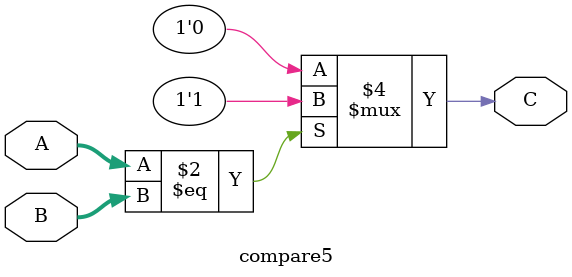
<source format=v>
`timescale 1ns / 1ps


module compare5(
    A, B, C
    );
    
    input [4:0] A;
    input [4:0] B;
    
    output reg C;
    

    always@(A or B) begin
        if(A == B) C<=1;
        else C<=0;
    end

endmodule

</source>
